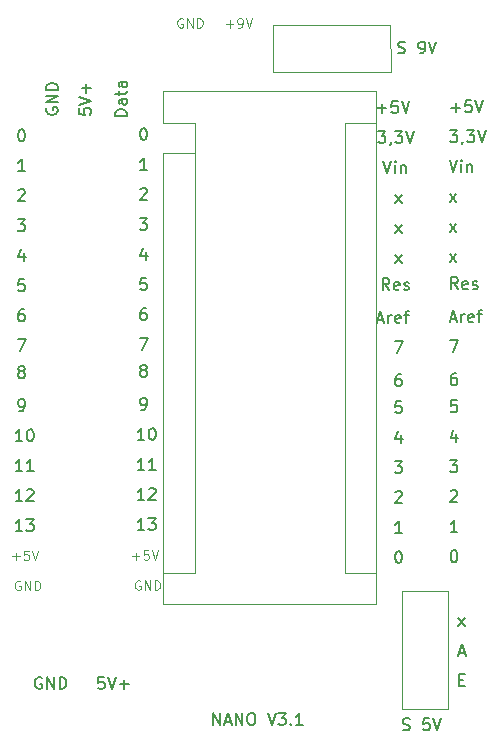
<source format=gbr>
%TF.GenerationSoftware,KiCad,Pcbnew,9.0.6*%
%TF.CreationDate,2025-12-02T14:29:33+01:00*%
%TF.ProjectId,NANO_Shield,4e414e4f-5f53-4686-9965-6c642e6b6963,rev?*%
%TF.SameCoordinates,Original*%
%TF.FileFunction,Legend,Top*%
%TF.FilePolarity,Positive*%
%FSLAX46Y46*%
G04 Gerber Fmt 4.6, Leading zero omitted, Abs format (unit mm)*
G04 Created by KiCad (PCBNEW 9.0.6) date 2025-12-02 14:29:33*
%MOMM*%
%LPD*%
G01*
G04 APERTURE LIST*
%ADD10C,0.100000*%
%ADD11C,0.150000*%
%ADD12C,0.120000*%
G04 APERTURE END LIST*
D10*
X125871429Y-303060133D02*
X126480953Y-303060133D01*
X126176191Y-303364895D02*
X126176191Y-302755371D01*
X126900000Y-303364895D02*
X127052381Y-303364895D01*
X127052381Y-303364895D02*
X127128571Y-303326800D01*
X127128571Y-303326800D02*
X127166667Y-303288704D01*
X127166667Y-303288704D02*
X127242857Y-303174419D01*
X127242857Y-303174419D02*
X127280952Y-303022038D01*
X127280952Y-303022038D02*
X127280952Y-302717276D01*
X127280952Y-302717276D02*
X127242857Y-302641085D01*
X127242857Y-302641085D02*
X127204762Y-302602990D01*
X127204762Y-302602990D02*
X127128571Y-302564895D01*
X127128571Y-302564895D02*
X126976190Y-302564895D01*
X126976190Y-302564895D02*
X126900000Y-302602990D01*
X126900000Y-302602990D02*
X126861905Y-302641085D01*
X126861905Y-302641085D02*
X126823809Y-302717276D01*
X126823809Y-302717276D02*
X126823809Y-302907752D01*
X126823809Y-302907752D02*
X126861905Y-302983942D01*
X126861905Y-302983942D02*
X126900000Y-303022038D01*
X126900000Y-303022038D02*
X126976190Y-303060133D01*
X126976190Y-303060133D02*
X127128571Y-303060133D01*
X127128571Y-303060133D02*
X127204762Y-303022038D01*
X127204762Y-303022038D02*
X127242857Y-302983942D01*
X127242857Y-302983942D02*
X127280952Y-302907752D01*
X127509524Y-302564895D02*
X127776191Y-303364895D01*
X127776191Y-303364895D02*
X128042857Y-302564895D01*
X122190476Y-302602990D02*
X122114286Y-302564895D01*
X122114286Y-302564895D02*
X122000000Y-302564895D01*
X122000000Y-302564895D02*
X121885714Y-302602990D01*
X121885714Y-302602990D02*
X121809524Y-302679180D01*
X121809524Y-302679180D02*
X121771429Y-302755371D01*
X121771429Y-302755371D02*
X121733333Y-302907752D01*
X121733333Y-302907752D02*
X121733333Y-303022038D01*
X121733333Y-303022038D02*
X121771429Y-303174419D01*
X121771429Y-303174419D02*
X121809524Y-303250609D01*
X121809524Y-303250609D02*
X121885714Y-303326800D01*
X121885714Y-303326800D02*
X122000000Y-303364895D01*
X122000000Y-303364895D02*
X122076191Y-303364895D01*
X122076191Y-303364895D02*
X122190476Y-303326800D01*
X122190476Y-303326800D02*
X122228572Y-303288704D01*
X122228572Y-303288704D02*
X122228572Y-303022038D01*
X122228572Y-303022038D02*
X122076191Y-303022038D01*
X122571429Y-303364895D02*
X122571429Y-302564895D01*
X122571429Y-302564895D02*
X123028572Y-303364895D01*
X123028572Y-303364895D02*
X123028572Y-302564895D01*
X123409524Y-303364895D02*
X123409524Y-302564895D01*
X123409524Y-302564895D02*
X123600000Y-302564895D01*
X123600000Y-302564895D02*
X123714286Y-302602990D01*
X123714286Y-302602990D02*
X123790476Y-302679180D01*
X123790476Y-302679180D02*
X123828571Y-302755371D01*
X123828571Y-302755371D02*
X123866667Y-302907752D01*
X123866667Y-302907752D02*
X123866667Y-303022038D01*
X123866667Y-303022038D02*
X123828571Y-303174419D01*
X123828571Y-303174419D02*
X123790476Y-303250609D01*
X123790476Y-303250609D02*
X123714286Y-303326800D01*
X123714286Y-303326800D02*
X123600000Y-303364895D01*
X123600000Y-303364895D02*
X123409524Y-303364895D01*
X118590476Y-350202990D02*
X118514286Y-350164895D01*
X118514286Y-350164895D02*
X118400000Y-350164895D01*
X118400000Y-350164895D02*
X118285714Y-350202990D01*
X118285714Y-350202990D02*
X118209524Y-350279180D01*
X118209524Y-350279180D02*
X118171429Y-350355371D01*
X118171429Y-350355371D02*
X118133333Y-350507752D01*
X118133333Y-350507752D02*
X118133333Y-350622038D01*
X118133333Y-350622038D02*
X118171429Y-350774419D01*
X118171429Y-350774419D02*
X118209524Y-350850609D01*
X118209524Y-350850609D02*
X118285714Y-350926800D01*
X118285714Y-350926800D02*
X118400000Y-350964895D01*
X118400000Y-350964895D02*
X118476191Y-350964895D01*
X118476191Y-350964895D02*
X118590476Y-350926800D01*
X118590476Y-350926800D02*
X118628572Y-350888704D01*
X118628572Y-350888704D02*
X118628572Y-350622038D01*
X118628572Y-350622038D02*
X118476191Y-350622038D01*
X118971429Y-350964895D02*
X118971429Y-350164895D01*
X118971429Y-350164895D02*
X119428572Y-350964895D01*
X119428572Y-350964895D02*
X119428572Y-350164895D01*
X119809524Y-350964895D02*
X119809524Y-350164895D01*
X119809524Y-350164895D02*
X120000000Y-350164895D01*
X120000000Y-350164895D02*
X120114286Y-350202990D01*
X120114286Y-350202990D02*
X120190476Y-350279180D01*
X120190476Y-350279180D02*
X120228571Y-350355371D01*
X120228571Y-350355371D02*
X120266667Y-350507752D01*
X120266667Y-350507752D02*
X120266667Y-350622038D01*
X120266667Y-350622038D02*
X120228571Y-350774419D01*
X120228571Y-350774419D02*
X120190476Y-350850609D01*
X120190476Y-350850609D02*
X120114286Y-350926800D01*
X120114286Y-350926800D02*
X120000000Y-350964895D01*
X120000000Y-350964895D02*
X119809524Y-350964895D01*
X117917429Y-348120133D02*
X118526953Y-348120133D01*
X118222191Y-348424895D02*
X118222191Y-347815371D01*
X119288857Y-347624895D02*
X118907905Y-347624895D01*
X118907905Y-347624895D02*
X118869809Y-348005847D01*
X118869809Y-348005847D02*
X118907905Y-347967752D01*
X118907905Y-347967752D02*
X118984095Y-347929657D01*
X118984095Y-347929657D02*
X119174571Y-347929657D01*
X119174571Y-347929657D02*
X119250762Y-347967752D01*
X119250762Y-347967752D02*
X119288857Y-348005847D01*
X119288857Y-348005847D02*
X119326952Y-348082038D01*
X119326952Y-348082038D02*
X119326952Y-348272514D01*
X119326952Y-348272514D02*
X119288857Y-348348704D01*
X119288857Y-348348704D02*
X119250762Y-348386800D01*
X119250762Y-348386800D02*
X119174571Y-348424895D01*
X119174571Y-348424895D02*
X118984095Y-348424895D01*
X118984095Y-348424895D02*
X118907905Y-348386800D01*
X118907905Y-348386800D02*
X118869809Y-348348704D01*
X119555524Y-347624895D02*
X119822191Y-348424895D01*
X119822191Y-348424895D02*
X120088857Y-347624895D01*
D11*
X144823810Y-320674819D02*
X145347619Y-320008152D01*
X144823810Y-320008152D02*
X145347619Y-320674819D01*
X144871429Y-328009104D02*
X145347619Y-328009104D01*
X144776191Y-328294819D02*
X145109524Y-327294819D01*
X145109524Y-327294819D02*
X145442857Y-328294819D01*
X145776191Y-328294819D02*
X145776191Y-327628152D01*
X145776191Y-327818628D02*
X145823810Y-327723390D01*
X145823810Y-327723390D02*
X145871429Y-327675771D01*
X145871429Y-327675771D02*
X145966667Y-327628152D01*
X145966667Y-327628152D02*
X146061905Y-327628152D01*
X146776191Y-328247200D02*
X146680953Y-328294819D01*
X146680953Y-328294819D02*
X146490477Y-328294819D01*
X146490477Y-328294819D02*
X146395239Y-328247200D01*
X146395239Y-328247200D02*
X146347620Y-328151961D01*
X146347620Y-328151961D02*
X146347620Y-327771009D01*
X146347620Y-327771009D02*
X146395239Y-327675771D01*
X146395239Y-327675771D02*
X146490477Y-327628152D01*
X146490477Y-327628152D02*
X146680953Y-327628152D01*
X146680953Y-327628152D02*
X146776191Y-327675771D01*
X146776191Y-327675771D02*
X146823810Y-327771009D01*
X146823810Y-327771009D02*
X146823810Y-327866247D01*
X146823810Y-327866247D02*
X146347620Y-327961485D01*
X147109525Y-327628152D02*
X147490477Y-327628152D01*
X147252382Y-328294819D02*
X147252382Y-327437676D01*
X147252382Y-327437676D02*
X147300001Y-327342438D01*
X147300001Y-327342438D02*
X147395239Y-327294819D01*
X147395239Y-327294819D02*
X147490477Y-327294819D01*
X144823810Y-318134819D02*
X145347619Y-317468152D01*
X144823810Y-317468152D02*
X145347619Y-318134819D01*
X144871429Y-342630057D02*
X144919048Y-342582438D01*
X144919048Y-342582438D02*
X145014286Y-342534819D01*
X145014286Y-342534819D02*
X145252381Y-342534819D01*
X145252381Y-342534819D02*
X145347619Y-342582438D01*
X145347619Y-342582438D02*
X145395238Y-342630057D01*
X145395238Y-342630057D02*
X145442857Y-342725295D01*
X145442857Y-342725295D02*
X145442857Y-342820533D01*
X145442857Y-342820533D02*
X145395238Y-342963390D01*
X145395238Y-342963390D02*
X144823810Y-343534819D01*
X144823810Y-343534819D02*
X145442857Y-343534819D01*
X144823810Y-329834819D02*
X145490476Y-329834819D01*
X145490476Y-329834819D02*
X145061905Y-330834819D01*
X144776191Y-314594819D02*
X145109524Y-315594819D01*
X145109524Y-315594819D02*
X145442857Y-314594819D01*
X145776191Y-315594819D02*
X145776191Y-314928152D01*
X145776191Y-314594819D02*
X145728572Y-314642438D01*
X145728572Y-314642438D02*
X145776191Y-314690057D01*
X145776191Y-314690057D02*
X145823810Y-314642438D01*
X145823810Y-314642438D02*
X145776191Y-314594819D01*
X145776191Y-314594819D02*
X145776191Y-314690057D01*
X146252381Y-314928152D02*
X146252381Y-315594819D01*
X146252381Y-315023390D02*
X146300000Y-314975771D01*
X146300000Y-314975771D02*
X146395238Y-314928152D01*
X146395238Y-314928152D02*
X146538095Y-314928152D01*
X146538095Y-314928152D02*
X146633333Y-314975771D01*
X146633333Y-314975771D02*
X146680952Y-315071009D01*
X146680952Y-315071009D02*
X146680952Y-315594819D01*
X144823810Y-323214819D02*
X145347619Y-322548152D01*
X144823810Y-322548152D02*
X145347619Y-323214819D01*
X144823810Y-339994819D02*
X145442857Y-339994819D01*
X145442857Y-339994819D02*
X145109524Y-340375771D01*
X145109524Y-340375771D02*
X145252381Y-340375771D01*
X145252381Y-340375771D02*
X145347619Y-340423390D01*
X145347619Y-340423390D02*
X145395238Y-340471009D01*
X145395238Y-340471009D02*
X145442857Y-340566247D01*
X145442857Y-340566247D02*
X145442857Y-340804342D01*
X145442857Y-340804342D02*
X145395238Y-340899580D01*
X145395238Y-340899580D02*
X145347619Y-340947200D01*
X145347619Y-340947200D02*
X145252381Y-340994819D01*
X145252381Y-340994819D02*
X144966667Y-340994819D01*
X144966667Y-340994819D02*
X144871429Y-340947200D01*
X144871429Y-340947200D02*
X144823810Y-340899580D01*
X145347619Y-337788152D02*
X145347619Y-338454819D01*
X145109524Y-337407200D02*
X144871429Y-338121485D01*
X144871429Y-338121485D02*
X145490476Y-338121485D01*
X145442857Y-346074819D02*
X144871429Y-346074819D01*
X145157143Y-346074819D02*
X145157143Y-345074819D01*
X145157143Y-345074819D02*
X145061905Y-345217676D01*
X145061905Y-345217676D02*
X144966667Y-345312914D01*
X144966667Y-345312914D02*
X144871429Y-345360533D01*
X145109524Y-347614819D02*
X145204762Y-347614819D01*
X145204762Y-347614819D02*
X145300000Y-347662438D01*
X145300000Y-347662438D02*
X145347619Y-347710057D01*
X145347619Y-347710057D02*
X145395238Y-347805295D01*
X145395238Y-347805295D02*
X145442857Y-347995771D01*
X145442857Y-347995771D02*
X145442857Y-348233866D01*
X145442857Y-348233866D02*
X145395238Y-348424342D01*
X145395238Y-348424342D02*
X145347619Y-348519580D01*
X145347619Y-348519580D02*
X145300000Y-348567200D01*
X145300000Y-348567200D02*
X145204762Y-348614819D01*
X145204762Y-348614819D02*
X145109524Y-348614819D01*
X145109524Y-348614819D02*
X145014286Y-348567200D01*
X145014286Y-348567200D02*
X144966667Y-348519580D01*
X144966667Y-348519580D02*
X144919048Y-348424342D01*
X144919048Y-348424342D02*
X144871429Y-348233866D01*
X144871429Y-348233866D02*
X144871429Y-347995771D01*
X144871429Y-347995771D02*
X144919048Y-347805295D01*
X144919048Y-347805295D02*
X144966667Y-347710057D01*
X144966667Y-347710057D02*
X145014286Y-347662438D01*
X145014286Y-347662438D02*
X145109524Y-347614819D01*
X145490476Y-325500819D02*
X145157143Y-325024628D01*
X144919048Y-325500819D02*
X144919048Y-324500819D01*
X144919048Y-324500819D02*
X145300000Y-324500819D01*
X145300000Y-324500819D02*
X145395238Y-324548438D01*
X145395238Y-324548438D02*
X145442857Y-324596057D01*
X145442857Y-324596057D02*
X145490476Y-324691295D01*
X145490476Y-324691295D02*
X145490476Y-324834152D01*
X145490476Y-324834152D02*
X145442857Y-324929390D01*
X145442857Y-324929390D02*
X145395238Y-324977009D01*
X145395238Y-324977009D02*
X145300000Y-325024628D01*
X145300000Y-325024628D02*
X144919048Y-325024628D01*
X146300000Y-325453200D02*
X146204762Y-325500819D01*
X146204762Y-325500819D02*
X146014286Y-325500819D01*
X146014286Y-325500819D02*
X145919048Y-325453200D01*
X145919048Y-325453200D02*
X145871429Y-325357961D01*
X145871429Y-325357961D02*
X145871429Y-324977009D01*
X145871429Y-324977009D02*
X145919048Y-324881771D01*
X145919048Y-324881771D02*
X146014286Y-324834152D01*
X146014286Y-324834152D02*
X146204762Y-324834152D01*
X146204762Y-324834152D02*
X146300000Y-324881771D01*
X146300000Y-324881771D02*
X146347619Y-324977009D01*
X146347619Y-324977009D02*
X146347619Y-325072247D01*
X146347619Y-325072247D02*
X145871429Y-325167485D01*
X146728572Y-325453200D02*
X146823810Y-325500819D01*
X146823810Y-325500819D02*
X147014286Y-325500819D01*
X147014286Y-325500819D02*
X147109524Y-325453200D01*
X147109524Y-325453200D02*
X147157143Y-325357961D01*
X147157143Y-325357961D02*
X147157143Y-325310342D01*
X147157143Y-325310342D02*
X147109524Y-325215104D01*
X147109524Y-325215104D02*
X147014286Y-325167485D01*
X147014286Y-325167485D02*
X146871429Y-325167485D01*
X146871429Y-325167485D02*
X146776191Y-325119866D01*
X146776191Y-325119866D02*
X146728572Y-325024628D01*
X146728572Y-325024628D02*
X146728572Y-324977009D01*
X146728572Y-324977009D02*
X146776191Y-324881771D01*
X146776191Y-324881771D02*
X146871429Y-324834152D01*
X146871429Y-324834152D02*
X147014286Y-324834152D01*
X147014286Y-324834152D02*
X147109524Y-324881771D01*
X144823810Y-312054819D02*
X145442857Y-312054819D01*
X145442857Y-312054819D02*
X145109524Y-312435771D01*
X145109524Y-312435771D02*
X145252381Y-312435771D01*
X145252381Y-312435771D02*
X145347619Y-312483390D01*
X145347619Y-312483390D02*
X145395238Y-312531009D01*
X145395238Y-312531009D02*
X145442857Y-312626247D01*
X145442857Y-312626247D02*
X145442857Y-312864342D01*
X145442857Y-312864342D02*
X145395238Y-312959580D01*
X145395238Y-312959580D02*
X145347619Y-313007200D01*
X145347619Y-313007200D02*
X145252381Y-313054819D01*
X145252381Y-313054819D02*
X144966667Y-313054819D01*
X144966667Y-313054819D02*
X144871429Y-313007200D01*
X144871429Y-313007200D02*
X144823810Y-312959580D01*
X145919048Y-313007200D02*
X145919048Y-313054819D01*
X145919048Y-313054819D02*
X145871429Y-313150057D01*
X145871429Y-313150057D02*
X145823810Y-313197676D01*
X146252381Y-312054819D02*
X146871428Y-312054819D01*
X146871428Y-312054819D02*
X146538095Y-312435771D01*
X146538095Y-312435771D02*
X146680952Y-312435771D01*
X146680952Y-312435771D02*
X146776190Y-312483390D01*
X146776190Y-312483390D02*
X146823809Y-312531009D01*
X146823809Y-312531009D02*
X146871428Y-312626247D01*
X146871428Y-312626247D02*
X146871428Y-312864342D01*
X146871428Y-312864342D02*
X146823809Y-312959580D01*
X146823809Y-312959580D02*
X146776190Y-313007200D01*
X146776190Y-313007200D02*
X146680952Y-313054819D01*
X146680952Y-313054819D02*
X146395238Y-313054819D01*
X146395238Y-313054819D02*
X146300000Y-313007200D01*
X146300000Y-313007200D02*
X146252381Y-312959580D01*
X147157143Y-312054819D02*
X147490476Y-313054819D01*
X147490476Y-313054819D02*
X147823809Y-312054819D01*
X145347619Y-332628819D02*
X145157143Y-332628819D01*
X145157143Y-332628819D02*
X145061905Y-332676438D01*
X145061905Y-332676438D02*
X145014286Y-332724057D01*
X145014286Y-332724057D02*
X144919048Y-332866914D01*
X144919048Y-332866914D02*
X144871429Y-333057390D01*
X144871429Y-333057390D02*
X144871429Y-333438342D01*
X144871429Y-333438342D02*
X144919048Y-333533580D01*
X144919048Y-333533580D02*
X144966667Y-333581200D01*
X144966667Y-333581200D02*
X145061905Y-333628819D01*
X145061905Y-333628819D02*
X145252381Y-333628819D01*
X145252381Y-333628819D02*
X145347619Y-333581200D01*
X145347619Y-333581200D02*
X145395238Y-333533580D01*
X145395238Y-333533580D02*
X145442857Y-333438342D01*
X145442857Y-333438342D02*
X145442857Y-333200247D01*
X145442857Y-333200247D02*
X145395238Y-333105009D01*
X145395238Y-333105009D02*
X145347619Y-333057390D01*
X145347619Y-333057390D02*
X145252381Y-333009771D01*
X145252381Y-333009771D02*
X145061905Y-333009771D01*
X145061905Y-333009771D02*
X144966667Y-333057390D01*
X144966667Y-333057390D02*
X144919048Y-333105009D01*
X144919048Y-333105009D02*
X144871429Y-333200247D01*
X145395238Y-334914819D02*
X144919048Y-334914819D01*
X144919048Y-334914819D02*
X144871429Y-335391009D01*
X144871429Y-335391009D02*
X144919048Y-335343390D01*
X144919048Y-335343390D02*
X145014286Y-335295771D01*
X145014286Y-335295771D02*
X145252381Y-335295771D01*
X145252381Y-335295771D02*
X145347619Y-335343390D01*
X145347619Y-335343390D02*
X145395238Y-335391009D01*
X145395238Y-335391009D02*
X145442857Y-335486247D01*
X145442857Y-335486247D02*
X145442857Y-335724342D01*
X145442857Y-335724342D02*
X145395238Y-335819580D01*
X145395238Y-335819580D02*
X145347619Y-335867200D01*
X145347619Y-335867200D02*
X145252381Y-335914819D01*
X145252381Y-335914819D02*
X145014286Y-335914819D01*
X145014286Y-335914819D02*
X144919048Y-335867200D01*
X144919048Y-335867200D02*
X144871429Y-335819580D01*
X144919048Y-310133866D02*
X145680953Y-310133866D01*
X145300000Y-310514819D02*
X145300000Y-309752914D01*
X146633333Y-309514819D02*
X146157143Y-309514819D01*
X146157143Y-309514819D02*
X146109524Y-309991009D01*
X146109524Y-309991009D02*
X146157143Y-309943390D01*
X146157143Y-309943390D02*
X146252381Y-309895771D01*
X146252381Y-309895771D02*
X146490476Y-309895771D01*
X146490476Y-309895771D02*
X146585714Y-309943390D01*
X146585714Y-309943390D02*
X146633333Y-309991009D01*
X146633333Y-309991009D02*
X146680952Y-310086247D01*
X146680952Y-310086247D02*
X146680952Y-310324342D01*
X146680952Y-310324342D02*
X146633333Y-310419580D01*
X146633333Y-310419580D02*
X146585714Y-310467200D01*
X146585714Y-310467200D02*
X146490476Y-310514819D01*
X146490476Y-310514819D02*
X146252381Y-310514819D01*
X146252381Y-310514819D02*
X146157143Y-310467200D01*
X146157143Y-310467200D02*
X146109524Y-310419580D01*
X146966667Y-309514819D02*
X147300000Y-310514819D01*
X147300000Y-310514819D02*
X147633333Y-309514819D01*
X113406819Y-310209523D02*
X113406819Y-310685713D01*
X113406819Y-310685713D02*
X113883009Y-310733332D01*
X113883009Y-310733332D02*
X113835390Y-310685713D01*
X113835390Y-310685713D02*
X113787771Y-310590475D01*
X113787771Y-310590475D02*
X113787771Y-310352380D01*
X113787771Y-310352380D02*
X113835390Y-310257142D01*
X113835390Y-310257142D02*
X113883009Y-310209523D01*
X113883009Y-310209523D02*
X113978247Y-310161904D01*
X113978247Y-310161904D02*
X114216342Y-310161904D01*
X114216342Y-310161904D02*
X114311580Y-310209523D01*
X114311580Y-310209523D02*
X114359200Y-310257142D01*
X114359200Y-310257142D02*
X114406819Y-310352380D01*
X114406819Y-310352380D02*
X114406819Y-310590475D01*
X114406819Y-310590475D02*
X114359200Y-310685713D01*
X114359200Y-310685713D02*
X114311580Y-310733332D01*
X113406819Y-309876189D02*
X114406819Y-309542856D01*
X114406819Y-309542856D02*
X113406819Y-309209523D01*
X114025866Y-308876189D02*
X114025866Y-308114285D01*
X114406819Y-308495237D02*
X113644914Y-308495237D01*
X117454819Y-310852380D02*
X116454819Y-310852380D01*
X116454819Y-310852380D02*
X116454819Y-310614285D01*
X116454819Y-310614285D02*
X116502438Y-310471428D01*
X116502438Y-310471428D02*
X116597676Y-310376190D01*
X116597676Y-310376190D02*
X116692914Y-310328571D01*
X116692914Y-310328571D02*
X116883390Y-310280952D01*
X116883390Y-310280952D02*
X117026247Y-310280952D01*
X117026247Y-310280952D02*
X117216723Y-310328571D01*
X117216723Y-310328571D02*
X117311961Y-310376190D01*
X117311961Y-310376190D02*
X117407200Y-310471428D01*
X117407200Y-310471428D02*
X117454819Y-310614285D01*
X117454819Y-310614285D02*
X117454819Y-310852380D01*
X117454819Y-309423809D02*
X116931009Y-309423809D01*
X116931009Y-309423809D02*
X116835771Y-309471428D01*
X116835771Y-309471428D02*
X116788152Y-309566666D01*
X116788152Y-309566666D02*
X116788152Y-309757142D01*
X116788152Y-309757142D02*
X116835771Y-309852380D01*
X117407200Y-309423809D02*
X117454819Y-309519047D01*
X117454819Y-309519047D02*
X117454819Y-309757142D01*
X117454819Y-309757142D02*
X117407200Y-309852380D01*
X117407200Y-309852380D02*
X117311961Y-309899999D01*
X117311961Y-309899999D02*
X117216723Y-309899999D01*
X117216723Y-309899999D02*
X117121485Y-309852380D01*
X117121485Y-309852380D02*
X117073866Y-309757142D01*
X117073866Y-309757142D02*
X117073866Y-309519047D01*
X117073866Y-309519047D02*
X117026247Y-309423809D01*
X116788152Y-309090475D02*
X116788152Y-308709523D01*
X116454819Y-308947618D02*
X117311961Y-308947618D01*
X117311961Y-308947618D02*
X117407200Y-308899999D01*
X117407200Y-308899999D02*
X117454819Y-308804761D01*
X117454819Y-308804761D02*
X117454819Y-308709523D01*
X117454819Y-307947618D02*
X116931009Y-307947618D01*
X116931009Y-307947618D02*
X116835771Y-307995237D01*
X116835771Y-307995237D02*
X116788152Y-308090475D01*
X116788152Y-308090475D02*
X116788152Y-308280951D01*
X116788152Y-308280951D02*
X116835771Y-308376189D01*
X117407200Y-307947618D02*
X117454819Y-308042856D01*
X117454819Y-308042856D02*
X117454819Y-308280951D01*
X117454819Y-308280951D02*
X117407200Y-308376189D01*
X117407200Y-308376189D02*
X117311961Y-308423808D01*
X117311961Y-308423808D02*
X117216723Y-308423808D01*
X117216723Y-308423808D02*
X117121485Y-308376189D01*
X117121485Y-308376189D02*
X117073866Y-308280951D01*
X117073866Y-308280951D02*
X117073866Y-308042856D01*
X117073866Y-308042856D02*
X117026247Y-307947618D01*
X110660438Y-310161904D02*
X110612819Y-310257142D01*
X110612819Y-310257142D02*
X110612819Y-310399999D01*
X110612819Y-310399999D02*
X110660438Y-310542856D01*
X110660438Y-310542856D02*
X110755676Y-310638094D01*
X110755676Y-310638094D02*
X110850914Y-310685713D01*
X110850914Y-310685713D02*
X111041390Y-310733332D01*
X111041390Y-310733332D02*
X111184247Y-310733332D01*
X111184247Y-310733332D02*
X111374723Y-310685713D01*
X111374723Y-310685713D02*
X111469961Y-310638094D01*
X111469961Y-310638094D02*
X111565200Y-310542856D01*
X111565200Y-310542856D02*
X111612819Y-310399999D01*
X111612819Y-310399999D02*
X111612819Y-310304761D01*
X111612819Y-310304761D02*
X111565200Y-310161904D01*
X111565200Y-310161904D02*
X111517580Y-310114285D01*
X111517580Y-310114285D02*
X111184247Y-310114285D01*
X111184247Y-310114285D02*
X111184247Y-310304761D01*
X111612819Y-309685713D02*
X110612819Y-309685713D01*
X110612819Y-309685713D02*
X111612819Y-309114285D01*
X111612819Y-309114285D02*
X110612819Y-309114285D01*
X111612819Y-308638094D02*
X110612819Y-308638094D01*
X110612819Y-308638094D02*
X110612819Y-308399999D01*
X110612819Y-308399999D02*
X110660438Y-308257142D01*
X110660438Y-308257142D02*
X110755676Y-308161904D01*
X110755676Y-308161904D02*
X110850914Y-308114285D01*
X110850914Y-308114285D02*
X111041390Y-308066666D01*
X111041390Y-308066666D02*
X111184247Y-308066666D01*
X111184247Y-308066666D02*
X111374723Y-308114285D01*
X111374723Y-308114285D02*
X111469961Y-308161904D01*
X111469961Y-308161904D02*
X111565200Y-308257142D01*
X111565200Y-308257142D02*
X111612819Y-308399999D01*
X111612819Y-308399999D02*
X111612819Y-308638094D01*
X108260286Y-317150057D02*
X108307905Y-317102438D01*
X108307905Y-317102438D02*
X108403143Y-317054819D01*
X108403143Y-317054819D02*
X108641238Y-317054819D01*
X108641238Y-317054819D02*
X108736476Y-317102438D01*
X108736476Y-317102438D02*
X108784095Y-317150057D01*
X108784095Y-317150057D02*
X108831714Y-317245295D01*
X108831714Y-317245295D02*
X108831714Y-317340533D01*
X108831714Y-317340533D02*
X108784095Y-317483390D01*
X108784095Y-317483390D02*
X108212667Y-318054819D01*
X108212667Y-318054819D02*
X108831714Y-318054819D01*
X108736476Y-327214819D02*
X108546000Y-327214819D01*
X108546000Y-327214819D02*
X108450762Y-327262438D01*
X108450762Y-327262438D02*
X108403143Y-327310057D01*
X108403143Y-327310057D02*
X108307905Y-327452914D01*
X108307905Y-327452914D02*
X108260286Y-327643390D01*
X108260286Y-327643390D02*
X108260286Y-328024342D01*
X108260286Y-328024342D02*
X108307905Y-328119580D01*
X108307905Y-328119580D02*
X108355524Y-328167200D01*
X108355524Y-328167200D02*
X108450762Y-328214819D01*
X108450762Y-328214819D02*
X108641238Y-328214819D01*
X108641238Y-328214819D02*
X108736476Y-328167200D01*
X108736476Y-328167200D02*
X108784095Y-328119580D01*
X108784095Y-328119580D02*
X108831714Y-328024342D01*
X108831714Y-328024342D02*
X108831714Y-327786247D01*
X108831714Y-327786247D02*
X108784095Y-327691009D01*
X108784095Y-327691009D02*
X108736476Y-327643390D01*
X108736476Y-327643390D02*
X108641238Y-327595771D01*
X108641238Y-327595771D02*
X108450762Y-327595771D01*
X108450762Y-327595771D02*
X108355524Y-327643390D01*
X108355524Y-327643390D02*
X108307905Y-327691009D01*
X108307905Y-327691009D02*
X108260286Y-327786247D01*
X108784095Y-324674819D02*
X108307905Y-324674819D01*
X108307905Y-324674819D02*
X108260286Y-325151009D01*
X108260286Y-325151009D02*
X108307905Y-325103390D01*
X108307905Y-325103390D02*
X108403143Y-325055771D01*
X108403143Y-325055771D02*
X108641238Y-325055771D01*
X108641238Y-325055771D02*
X108736476Y-325103390D01*
X108736476Y-325103390D02*
X108784095Y-325151009D01*
X108784095Y-325151009D02*
X108831714Y-325246247D01*
X108831714Y-325246247D02*
X108831714Y-325484342D01*
X108831714Y-325484342D02*
X108784095Y-325579580D01*
X108784095Y-325579580D02*
X108736476Y-325627200D01*
X108736476Y-325627200D02*
X108641238Y-325674819D01*
X108641238Y-325674819D02*
X108403143Y-325674819D01*
X108403143Y-325674819D02*
X108307905Y-325627200D01*
X108307905Y-325627200D02*
X108260286Y-325579580D01*
X108736476Y-322468152D02*
X108736476Y-323134819D01*
X108498381Y-322087200D02*
X108260286Y-322801485D01*
X108260286Y-322801485D02*
X108879333Y-322801485D01*
X108609523Y-343454819D02*
X108038095Y-343454819D01*
X108323809Y-343454819D02*
X108323809Y-342454819D01*
X108323809Y-342454819D02*
X108228571Y-342597676D01*
X108228571Y-342597676D02*
X108133333Y-342692914D01*
X108133333Y-342692914D02*
X108038095Y-342740533D01*
X108990476Y-342550057D02*
X109038095Y-342502438D01*
X109038095Y-342502438D02*
X109133333Y-342454819D01*
X109133333Y-342454819D02*
X109371428Y-342454819D01*
X109371428Y-342454819D02*
X109466666Y-342502438D01*
X109466666Y-342502438D02*
X109514285Y-342550057D01*
X109514285Y-342550057D02*
X109561904Y-342645295D01*
X109561904Y-342645295D02*
X109561904Y-342740533D01*
X109561904Y-342740533D02*
X109514285Y-342883390D01*
X109514285Y-342883390D02*
X108942857Y-343454819D01*
X108942857Y-343454819D02*
X109561904Y-343454819D01*
X108609523Y-338374819D02*
X108038095Y-338374819D01*
X108323809Y-338374819D02*
X108323809Y-337374819D01*
X108323809Y-337374819D02*
X108228571Y-337517676D01*
X108228571Y-337517676D02*
X108133333Y-337612914D01*
X108133333Y-337612914D02*
X108038095Y-337660533D01*
X109228571Y-337374819D02*
X109323809Y-337374819D01*
X109323809Y-337374819D02*
X109419047Y-337422438D01*
X109419047Y-337422438D02*
X109466666Y-337470057D01*
X109466666Y-337470057D02*
X109514285Y-337565295D01*
X109514285Y-337565295D02*
X109561904Y-337755771D01*
X109561904Y-337755771D02*
X109561904Y-337993866D01*
X109561904Y-337993866D02*
X109514285Y-338184342D01*
X109514285Y-338184342D02*
X109466666Y-338279580D01*
X109466666Y-338279580D02*
X109419047Y-338327200D01*
X109419047Y-338327200D02*
X109323809Y-338374819D01*
X109323809Y-338374819D02*
X109228571Y-338374819D01*
X109228571Y-338374819D02*
X109133333Y-338327200D01*
X109133333Y-338327200D02*
X109085714Y-338279580D01*
X109085714Y-338279580D02*
X109038095Y-338184342D01*
X109038095Y-338184342D02*
X108990476Y-337993866D01*
X108990476Y-337993866D02*
X108990476Y-337755771D01*
X108990476Y-337755771D02*
X109038095Y-337565295D01*
X109038095Y-337565295D02*
X109085714Y-337470057D01*
X109085714Y-337470057D02*
X109133333Y-337422438D01*
X109133333Y-337422438D02*
X109228571Y-337374819D01*
X108609523Y-340914819D02*
X108038095Y-340914819D01*
X108323809Y-340914819D02*
X108323809Y-339914819D01*
X108323809Y-339914819D02*
X108228571Y-340057676D01*
X108228571Y-340057676D02*
X108133333Y-340152914D01*
X108133333Y-340152914D02*
X108038095Y-340200533D01*
X109561904Y-340914819D02*
X108990476Y-340914819D01*
X109276190Y-340914819D02*
X109276190Y-339914819D01*
X109276190Y-339914819D02*
X109180952Y-340057676D01*
X109180952Y-340057676D02*
X109085714Y-340152914D01*
X109085714Y-340152914D02*
X108990476Y-340200533D01*
X108212667Y-319594819D02*
X108831714Y-319594819D01*
X108831714Y-319594819D02*
X108498381Y-319975771D01*
X108498381Y-319975771D02*
X108641238Y-319975771D01*
X108641238Y-319975771D02*
X108736476Y-320023390D01*
X108736476Y-320023390D02*
X108784095Y-320071009D01*
X108784095Y-320071009D02*
X108831714Y-320166247D01*
X108831714Y-320166247D02*
X108831714Y-320404342D01*
X108831714Y-320404342D02*
X108784095Y-320499580D01*
X108784095Y-320499580D02*
X108736476Y-320547200D01*
X108736476Y-320547200D02*
X108641238Y-320594819D01*
X108641238Y-320594819D02*
X108355524Y-320594819D01*
X108355524Y-320594819D02*
X108260286Y-320547200D01*
X108260286Y-320547200D02*
X108212667Y-320499580D01*
X108498381Y-311974819D02*
X108593619Y-311974819D01*
X108593619Y-311974819D02*
X108688857Y-312022438D01*
X108688857Y-312022438D02*
X108736476Y-312070057D01*
X108736476Y-312070057D02*
X108784095Y-312165295D01*
X108784095Y-312165295D02*
X108831714Y-312355771D01*
X108831714Y-312355771D02*
X108831714Y-312593866D01*
X108831714Y-312593866D02*
X108784095Y-312784342D01*
X108784095Y-312784342D02*
X108736476Y-312879580D01*
X108736476Y-312879580D02*
X108688857Y-312927200D01*
X108688857Y-312927200D02*
X108593619Y-312974819D01*
X108593619Y-312974819D02*
X108498381Y-312974819D01*
X108498381Y-312974819D02*
X108403143Y-312927200D01*
X108403143Y-312927200D02*
X108355524Y-312879580D01*
X108355524Y-312879580D02*
X108307905Y-312784342D01*
X108307905Y-312784342D02*
X108260286Y-312593866D01*
X108260286Y-312593866D02*
X108260286Y-312355771D01*
X108260286Y-312355771D02*
X108307905Y-312165295D01*
X108307905Y-312165295D02*
X108355524Y-312070057D01*
X108355524Y-312070057D02*
X108403143Y-312022438D01*
X108403143Y-312022438D02*
X108498381Y-311974819D01*
X108212667Y-329754819D02*
X108879333Y-329754819D01*
X108879333Y-329754819D02*
X108450762Y-330754819D01*
D10*
X107771429Y-348140133D02*
X108380953Y-348140133D01*
X108076191Y-348444895D02*
X108076191Y-347835371D01*
X109142857Y-347644895D02*
X108761905Y-347644895D01*
X108761905Y-347644895D02*
X108723809Y-348025847D01*
X108723809Y-348025847D02*
X108761905Y-347987752D01*
X108761905Y-347987752D02*
X108838095Y-347949657D01*
X108838095Y-347949657D02*
X109028571Y-347949657D01*
X109028571Y-347949657D02*
X109104762Y-347987752D01*
X109104762Y-347987752D02*
X109142857Y-348025847D01*
X109142857Y-348025847D02*
X109180952Y-348102038D01*
X109180952Y-348102038D02*
X109180952Y-348292514D01*
X109180952Y-348292514D02*
X109142857Y-348368704D01*
X109142857Y-348368704D02*
X109104762Y-348406800D01*
X109104762Y-348406800D02*
X109028571Y-348444895D01*
X109028571Y-348444895D02*
X108838095Y-348444895D01*
X108838095Y-348444895D02*
X108761905Y-348406800D01*
X108761905Y-348406800D02*
X108723809Y-348368704D01*
X109409524Y-347644895D02*
X109676191Y-348444895D01*
X109676191Y-348444895D02*
X109942857Y-347644895D01*
X108444476Y-350222990D02*
X108368286Y-350184895D01*
X108368286Y-350184895D02*
X108254000Y-350184895D01*
X108254000Y-350184895D02*
X108139714Y-350222990D01*
X108139714Y-350222990D02*
X108063524Y-350299180D01*
X108063524Y-350299180D02*
X108025429Y-350375371D01*
X108025429Y-350375371D02*
X107987333Y-350527752D01*
X107987333Y-350527752D02*
X107987333Y-350642038D01*
X107987333Y-350642038D02*
X108025429Y-350794419D01*
X108025429Y-350794419D02*
X108063524Y-350870609D01*
X108063524Y-350870609D02*
X108139714Y-350946800D01*
X108139714Y-350946800D02*
X108254000Y-350984895D01*
X108254000Y-350984895D02*
X108330191Y-350984895D01*
X108330191Y-350984895D02*
X108444476Y-350946800D01*
X108444476Y-350946800D02*
X108482572Y-350908704D01*
X108482572Y-350908704D02*
X108482572Y-350642038D01*
X108482572Y-350642038D02*
X108330191Y-350642038D01*
X108825429Y-350984895D02*
X108825429Y-350184895D01*
X108825429Y-350184895D02*
X109282572Y-350984895D01*
X109282572Y-350984895D02*
X109282572Y-350184895D01*
X109663524Y-350984895D02*
X109663524Y-350184895D01*
X109663524Y-350184895D02*
X109854000Y-350184895D01*
X109854000Y-350184895D02*
X109968286Y-350222990D01*
X109968286Y-350222990D02*
X110044476Y-350299180D01*
X110044476Y-350299180D02*
X110082571Y-350375371D01*
X110082571Y-350375371D02*
X110120667Y-350527752D01*
X110120667Y-350527752D02*
X110120667Y-350642038D01*
X110120667Y-350642038D02*
X110082571Y-350794419D01*
X110082571Y-350794419D02*
X110044476Y-350870609D01*
X110044476Y-350870609D02*
X109968286Y-350946800D01*
X109968286Y-350946800D02*
X109854000Y-350984895D01*
X109854000Y-350984895D02*
X109663524Y-350984895D01*
D11*
X108831714Y-315514819D02*
X108260286Y-315514819D01*
X108546000Y-315514819D02*
X108546000Y-314514819D01*
X108546000Y-314514819D02*
X108450762Y-314657676D01*
X108450762Y-314657676D02*
X108355524Y-314752914D01*
X108355524Y-314752914D02*
X108260286Y-314800533D01*
X108450762Y-332469390D02*
X108355524Y-332421771D01*
X108355524Y-332421771D02*
X108307905Y-332374152D01*
X108307905Y-332374152D02*
X108260286Y-332278914D01*
X108260286Y-332278914D02*
X108260286Y-332231295D01*
X108260286Y-332231295D02*
X108307905Y-332136057D01*
X108307905Y-332136057D02*
X108355524Y-332088438D01*
X108355524Y-332088438D02*
X108450762Y-332040819D01*
X108450762Y-332040819D02*
X108641238Y-332040819D01*
X108641238Y-332040819D02*
X108736476Y-332088438D01*
X108736476Y-332088438D02*
X108784095Y-332136057D01*
X108784095Y-332136057D02*
X108831714Y-332231295D01*
X108831714Y-332231295D02*
X108831714Y-332278914D01*
X108831714Y-332278914D02*
X108784095Y-332374152D01*
X108784095Y-332374152D02*
X108736476Y-332421771D01*
X108736476Y-332421771D02*
X108641238Y-332469390D01*
X108641238Y-332469390D02*
X108450762Y-332469390D01*
X108450762Y-332469390D02*
X108355524Y-332517009D01*
X108355524Y-332517009D02*
X108307905Y-332564628D01*
X108307905Y-332564628D02*
X108260286Y-332659866D01*
X108260286Y-332659866D02*
X108260286Y-332850342D01*
X108260286Y-332850342D02*
X108307905Y-332945580D01*
X108307905Y-332945580D02*
X108355524Y-332993200D01*
X108355524Y-332993200D02*
X108450762Y-333040819D01*
X108450762Y-333040819D02*
X108641238Y-333040819D01*
X108641238Y-333040819D02*
X108736476Y-332993200D01*
X108736476Y-332993200D02*
X108784095Y-332945580D01*
X108784095Y-332945580D02*
X108831714Y-332850342D01*
X108831714Y-332850342D02*
X108831714Y-332659866D01*
X108831714Y-332659866D02*
X108784095Y-332564628D01*
X108784095Y-332564628D02*
X108736476Y-332517009D01*
X108736476Y-332517009D02*
X108641238Y-332469390D01*
X108609523Y-345994819D02*
X108038095Y-345994819D01*
X108323809Y-345994819D02*
X108323809Y-344994819D01*
X108323809Y-344994819D02*
X108228571Y-345137676D01*
X108228571Y-345137676D02*
X108133333Y-345232914D01*
X108133333Y-345232914D02*
X108038095Y-345280533D01*
X108942857Y-344994819D02*
X109561904Y-344994819D01*
X109561904Y-344994819D02*
X109228571Y-345375771D01*
X109228571Y-345375771D02*
X109371428Y-345375771D01*
X109371428Y-345375771D02*
X109466666Y-345423390D01*
X109466666Y-345423390D02*
X109514285Y-345471009D01*
X109514285Y-345471009D02*
X109561904Y-345566247D01*
X109561904Y-345566247D02*
X109561904Y-345804342D01*
X109561904Y-345804342D02*
X109514285Y-345899580D01*
X109514285Y-345899580D02*
X109466666Y-345947200D01*
X109466666Y-345947200D02*
X109371428Y-345994819D01*
X109371428Y-345994819D02*
X109085714Y-345994819D01*
X109085714Y-345994819D02*
X108990476Y-345947200D01*
X108990476Y-345947200D02*
X108942857Y-345899580D01*
X108355524Y-335834819D02*
X108546000Y-335834819D01*
X108546000Y-335834819D02*
X108641238Y-335787200D01*
X108641238Y-335787200D02*
X108688857Y-335739580D01*
X108688857Y-335739580D02*
X108784095Y-335596723D01*
X108784095Y-335596723D02*
X108831714Y-335406247D01*
X108831714Y-335406247D02*
X108831714Y-335025295D01*
X108831714Y-335025295D02*
X108784095Y-334930057D01*
X108784095Y-334930057D02*
X108736476Y-334882438D01*
X108736476Y-334882438D02*
X108641238Y-334834819D01*
X108641238Y-334834819D02*
X108450762Y-334834819D01*
X108450762Y-334834819D02*
X108355524Y-334882438D01*
X108355524Y-334882438D02*
X108307905Y-334930057D01*
X108307905Y-334930057D02*
X108260286Y-335025295D01*
X108260286Y-335025295D02*
X108260286Y-335263390D01*
X108260286Y-335263390D02*
X108307905Y-335358628D01*
X108307905Y-335358628D02*
X108355524Y-335406247D01*
X108355524Y-335406247D02*
X108450762Y-335453866D01*
X108450762Y-335453866D02*
X108641238Y-335453866D01*
X108641238Y-335453866D02*
X108736476Y-335406247D01*
X108736476Y-335406247D02*
X108784095Y-335358628D01*
X108784095Y-335358628D02*
X108831714Y-335263390D01*
X138692095Y-328083104D02*
X139168285Y-328083104D01*
X138596857Y-328368819D02*
X138930190Y-327368819D01*
X138930190Y-327368819D02*
X139263523Y-328368819D01*
X139596857Y-328368819D02*
X139596857Y-327702152D01*
X139596857Y-327892628D02*
X139644476Y-327797390D01*
X139644476Y-327797390D02*
X139692095Y-327749771D01*
X139692095Y-327749771D02*
X139787333Y-327702152D01*
X139787333Y-327702152D02*
X139882571Y-327702152D01*
X140596857Y-328321200D02*
X140501619Y-328368819D01*
X140501619Y-328368819D02*
X140311143Y-328368819D01*
X140311143Y-328368819D02*
X140215905Y-328321200D01*
X140215905Y-328321200D02*
X140168286Y-328225961D01*
X140168286Y-328225961D02*
X140168286Y-327845009D01*
X140168286Y-327845009D02*
X140215905Y-327749771D01*
X140215905Y-327749771D02*
X140311143Y-327702152D01*
X140311143Y-327702152D02*
X140501619Y-327702152D01*
X140501619Y-327702152D02*
X140596857Y-327749771D01*
X140596857Y-327749771D02*
X140644476Y-327845009D01*
X140644476Y-327845009D02*
X140644476Y-327940247D01*
X140644476Y-327940247D02*
X140168286Y-328035485D01*
X140930191Y-327702152D02*
X141311143Y-327702152D01*
X141073048Y-328368819D02*
X141073048Y-327511676D01*
X141073048Y-327511676D02*
X141120667Y-327416438D01*
X141120667Y-327416438D02*
X141215905Y-327368819D01*
X141215905Y-327368819D02*
X141311143Y-327368819D01*
X118935523Y-343354819D02*
X118364095Y-343354819D01*
X118649809Y-343354819D02*
X118649809Y-342354819D01*
X118649809Y-342354819D02*
X118554571Y-342497676D01*
X118554571Y-342497676D02*
X118459333Y-342592914D01*
X118459333Y-342592914D02*
X118364095Y-342640533D01*
X119316476Y-342450057D02*
X119364095Y-342402438D01*
X119364095Y-342402438D02*
X119459333Y-342354819D01*
X119459333Y-342354819D02*
X119697428Y-342354819D01*
X119697428Y-342354819D02*
X119792666Y-342402438D01*
X119792666Y-342402438D02*
X119840285Y-342450057D01*
X119840285Y-342450057D02*
X119887904Y-342545295D01*
X119887904Y-342545295D02*
X119887904Y-342640533D01*
X119887904Y-342640533D02*
X119840285Y-342783390D01*
X119840285Y-342783390D02*
X119268857Y-343354819D01*
X119268857Y-343354819D02*
X119887904Y-343354819D01*
X140200095Y-320748819D02*
X140723904Y-320082152D01*
X140200095Y-320082152D02*
X140723904Y-320748819D01*
X119062476Y-322368152D02*
X119062476Y-323034819D01*
X118824381Y-321987200D02*
X118586286Y-322701485D01*
X118586286Y-322701485D02*
X119205333Y-322701485D01*
X119062476Y-327114819D02*
X118872000Y-327114819D01*
X118872000Y-327114819D02*
X118776762Y-327162438D01*
X118776762Y-327162438D02*
X118729143Y-327210057D01*
X118729143Y-327210057D02*
X118633905Y-327352914D01*
X118633905Y-327352914D02*
X118586286Y-327543390D01*
X118586286Y-327543390D02*
X118586286Y-327924342D01*
X118586286Y-327924342D02*
X118633905Y-328019580D01*
X118633905Y-328019580D02*
X118681524Y-328067200D01*
X118681524Y-328067200D02*
X118776762Y-328114819D01*
X118776762Y-328114819D02*
X118967238Y-328114819D01*
X118967238Y-328114819D02*
X119062476Y-328067200D01*
X119062476Y-328067200D02*
X119110095Y-328019580D01*
X119110095Y-328019580D02*
X119157714Y-327924342D01*
X119157714Y-327924342D02*
X119157714Y-327686247D01*
X119157714Y-327686247D02*
X119110095Y-327591009D01*
X119110095Y-327591009D02*
X119062476Y-327543390D01*
X119062476Y-327543390D02*
X118967238Y-327495771D01*
X118967238Y-327495771D02*
X118776762Y-327495771D01*
X118776762Y-327495771D02*
X118681524Y-327543390D01*
X118681524Y-327543390D02*
X118633905Y-327591009D01*
X118633905Y-327591009D02*
X118586286Y-327686247D01*
X118586286Y-317050057D02*
X118633905Y-317002438D01*
X118633905Y-317002438D02*
X118729143Y-316954819D01*
X118729143Y-316954819D02*
X118967238Y-316954819D01*
X118967238Y-316954819D02*
X119062476Y-317002438D01*
X119062476Y-317002438D02*
X119110095Y-317050057D01*
X119110095Y-317050057D02*
X119157714Y-317145295D01*
X119157714Y-317145295D02*
X119157714Y-317240533D01*
X119157714Y-317240533D02*
X119110095Y-317383390D01*
X119110095Y-317383390D02*
X118538667Y-317954819D01*
X118538667Y-317954819D02*
X119157714Y-317954819D01*
X119110095Y-324574819D02*
X118633905Y-324574819D01*
X118633905Y-324574819D02*
X118586286Y-325051009D01*
X118586286Y-325051009D02*
X118633905Y-325003390D01*
X118633905Y-325003390D02*
X118729143Y-324955771D01*
X118729143Y-324955771D02*
X118967238Y-324955771D01*
X118967238Y-324955771D02*
X119062476Y-325003390D01*
X119062476Y-325003390D02*
X119110095Y-325051009D01*
X119110095Y-325051009D02*
X119157714Y-325146247D01*
X119157714Y-325146247D02*
X119157714Y-325384342D01*
X119157714Y-325384342D02*
X119110095Y-325479580D01*
X119110095Y-325479580D02*
X119062476Y-325527200D01*
X119062476Y-325527200D02*
X118967238Y-325574819D01*
X118967238Y-325574819D02*
X118729143Y-325574819D01*
X118729143Y-325574819D02*
X118633905Y-325527200D01*
X118633905Y-325527200D02*
X118586286Y-325479580D01*
X115522476Y-358356819D02*
X115046286Y-358356819D01*
X115046286Y-358356819D02*
X114998667Y-358833009D01*
X114998667Y-358833009D02*
X115046286Y-358785390D01*
X115046286Y-358785390D02*
X115141524Y-358737771D01*
X115141524Y-358737771D02*
X115379619Y-358737771D01*
X115379619Y-358737771D02*
X115474857Y-358785390D01*
X115474857Y-358785390D02*
X115522476Y-358833009D01*
X115522476Y-358833009D02*
X115570095Y-358928247D01*
X115570095Y-358928247D02*
X115570095Y-359166342D01*
X115570095Y-359166342D02*
X115522476Y-359261580D01*
X115522476Y-359261580D02*
X115474857Y-359309200D01*
X115474857Y-359309200D02*
X115379619Y-359356819D01*
X115379619Y-359356819D02*
X115141524Y-359356819D01*
X115141524Y-359356819D02*
X115046286Y-359309200D01*
X115046286Y-359309200D02*
X114998667Y-359261580D01*
X115855810Y-358356819D02*
X116189143Y-359356819D01*
X116189143Y-359356819D02*
X116522476Y-358356819D01*
X116855810Y-358975866D02*
X117617715Y-358975866D01*
X117236762Y-359356819D02*
X117236762Y-358594914D01*
X140200095Y-318208819D02*
X140723904Y-317542152D01*
X140200095Y-317542152D02*
X140723904Y-318208819D01*
X140176286Y-342704057D02*
X140223905Y-342656438D01*
X140223905Y-342656438D02*
X140319143Y-342608819D01*
X140319143Y-342608819D02*
X140557238Y-342608819D01*
X140557238Y-342608819D02*
X140652476Y-342656438D01*
X140652476Y-342656438D02*
X140700095Y-342704057D01*
X140700095Y-342704057D02*
X140747714Y-342799295D01*
X140747714Y-342799295D02*
X140747714Y-342894533D01*
X140747714Y-342894533D02*
X140700095Y-343037390D01*
X140700095Y-343037390D02*
X140128667Y-343608819D01*
X140128667Y-343608819D02*
X140747714Y-343608819D01*
X140128667Y-329908819D02*
X140795333Y-329908819D01*
X140795333Y-329908819D02*
X140366762Y-330908819D01*
X118935523Y-345894819D02*
X118364095Y-345894819D01*
X118649809Y-345894819D02*
X118649809Y-344894819D01*
X118649809Y-344894819D02*
X118554571Y-345037676D01*
X118554571Y-345037676D02*
X118459333Y-345132914D01*
X118459333Y-345132914D02*
X118364095Y-345180533D01*
X119268857Y-344894819D02*
X119887904Y-344894819D01*
X119887904Y-344894819D02*
X119554571Y-345275771D01*
X119554571Y-345275771D02*
X119697428Y-345275771D01*
X119697428Y-345275771D02*
X119792666Y-345323390D01*
X119792666Y-345323390D02*
X119840285Y-345371009D01*
X119840285Y-345371009D02*
X119887904Y-345466247D01*
X119887904Y-345466247D02*
X119887904Y-345704342D01*
X119887904Y-345704342D02*
X119840285Y-345799580D01*
X119840285Y-345799580D02*
X119792666Y-345847200D01*
X119792666Y-345847200D02*
X119697428Y-345894819D01*
X119697428Y-345894819D02*
X119411714Y-345894819D01*
X119411714Y-345894819D02*
X119316476Y-345847200D01*
X119316476Y-345847200D02*
X119268857Y-345799580D01*
X145581714Y-358579009D02*
X145915047Y-358579009D01*
X146057904Y-359102819D02*
X145581714Y-359102819D01*
X145581714Y-359102819D02*
X145581714Y-358102819D01*
X145581714Y-358102819D02*
X146057904Y-358102819D01*
X124762095Y-362404819D02*
X124762095Y-361404819D01*
X124762095Y-361404819D02*
X125333523Y-362404819D01*
X125333523Y-362404819D02*
X125333523Y-361404819D01*
X125762095Y-362119104D02*
X126238285Y-362119104D01*
X125666857Y-362404819D02*
X126000190Y-361404819D01*
X126000190Y-361404819D02*
X126333523Y-362404819D01*
X126666857Y-362404819D02*
X126666857Y-361404819D01*
X126666857Y-361404819D02*
X127238285Y-362404819D01*
X127238285Y-362404819D02*
X127238285Y-361404819D01*
X127904952Y-361404819D02*
X128095428Y-361404819D01*
X128095428Y-361404819D02*
X128190666Y-361452438D01*
X128190666Y-361452438D02*
X128285904Y-361547676D01*
X128285904Y-361547676D02*
X128333523Y-361738152D01*
X128333523Y-361738152D02*
X128333523Y-362071485D01*
X128333523Y-362071485D02*
X128285904Y-362261961D01*
X128285904Y-362261961D02*
X128190666Y-362357200D01*
X128190666Y-362357200D02*
X128095428Y-362404819D01*
X128095428Y-362404819D02*
X127904952Y-362404819D01*
X127904952Y-362404819D02*
X127809714Y-362357200D01*
X127809714Y-362357200D02*
X127714476Y-362261961D01*
X127714476Y-362261961D02*
X127666857Y-362071485D01*
X127666857Y-362071485D02*
X127666857Y-361738152D01*
X127666857Y-361738152D02*
X127714476Y-361547676D01*
X127714476Y-361547676D02*
X127809714Y-361452438D01*
X127809714Y-361452438D02*
X127904952Y-361404819D01*
X129381143Y-361404819D02*
X129714476Y-362404819D01*
X129714476Y-362404819D02*
X130047809Y-361404819D01*
X130285905Y-361404819D02*
X130904952Y-361404819D01*
X130904952Y-361404819D02*
X130571619Y-361785771D01*
X130571619Y-361785771D02*
X130714476Y-361785771D01*
X130714476Y-361785771D02*
X130809714Y-361833390D01*
X130809714Y-361833390D02*
X130857333Y-361881009D01*
X130857333Y-361881009D02*
X130904952Y-361976247D01*
X130904952Y-361976247D02*
X130904952Y-362214342D01*
X130904952Y-362214342D02*
X130857333Y-362309580D01*
X130857333Y-362309580D02*
X130809714Y-362357200D01*
X130809714Y-362357200D02*
X130714476Y-362404819D01*
X130714476Y-362404819D02*
X130428762Y-362404819D01*
X130428762Y-362404819D02*
X130333524Y-362357200D01*
X130333524Y-362357200D02*
X130285905Y-362309580D01*
X131333524Y-362309580D02*
X131381143Y-362357200D01*
X131381143Y-362357200D02*
X131333524Y-362404819D01*
X131333524Y-362404819D02*
X131285905Y-362357200D01*
X131285905Y-362357200D02*
X131333524Y-362309580D01*
X131333524Y-362309580D02*
X131333524Y-362404819D01*
X132333523Y-362404819D02*
X131762095Y-362404819D01*
X132047809Y-362404819D02*
X132047809Y-361404819D01*
X132047809Y-361404819D02*
X131952571Y-361547676D01*
X131952571Y-361547676D02*
X131857333Y-361642914D01*
X131857333Y-361642914D02*
X131762095Y-361690533D01*
X140652476Y-332702819D02*
X140462000Y-332702819D01*
X140462000Y-332702819D02*
X140366762Y-332750438D01*
X140366762Y-332750438D02*
X140319143Y-332798057D01*
X140319143Y-332798057D02*
X140223905Y-332940914D01*
X140223905Y-332940914D02*
X140176286Y-333131390D01*
X140176286Y-333131390D02*
X140176286Y-333512342D01*
X140176286Y-333512342D02*
X140223905Y-333607580D01*
X140223905Y-333607580D02*
X140271524Y-333655200D01*
X140271524Y-333655200D02*
X140366762Y-333702819D01*
X140366762Y-333702819D02*
X140557238Y-333702819D01*
X140557238Y-333702819D02*
X140652476Y-333655200D01*
X140652476Y-333655200D02*
X140700095Y-333607580D01*
X140700095Y-333607580D02*
X140747714Y-333512342D01*
X140747714Y-333512342D02*
X140747714Y-333274247D01*
X140747714Y-333274247D02*
X140700095Y-333179009D01*
X140700095Y-333179009D02*
X140652476Y-333131390D01*
X140652476Y-333131390D02*
X140557238Y-333083771D01*
X140557238Y-333083771D02*
X140366762Y-333083771D01*
X140366762Y-333083771D02*
X140271524Y-333131390D01*
X140271524Y-333131390D02*
X140223905Y-333179009D01*
X140223905Y-333179009D02*
X140176286Y-333274247D01*
X118776762Y-332369390D02*
X118681524Y-332321771D01*
X118681524Y-332321771D02*
X118633905Y-332274152D01*
X118633905Y-332274152D02*
X118586286Y-332178914D01*
X118586286Y-332178914D02*
X118586286Y-332131295D01*
X118586286Y-332131295D02*
X118633905Y-332036057D01*
X118633905Y-332036057D02*
X118681524Y-331988438D01*
X118681524Y-331988438D02*
X118776762Y-331940819D01*
X118776762Y-331940819D02*
X118967238Y-331940819D01*
X118967238Y-331940819D02*
X119062476Y-331988438D01*
X119062476Y-331988438D02*
X119110095Y-332036057D01*
X119110095Y-332036057D02*
X119157714Y-332131295D01*
X119157714Y-332131295D02*
X119157714Y-332178914D01*
X119157714Y-332178914D02*
X119110095Y-332274152D01*
X119110095Y-332274152D02*
X119062476Y-332321771D01*
X119062476Y-332321771D02*
X118967238Y-332369390D01*
X118967238Y-332369390D02*
X118776762Y-332369390D01*
X118776762Y-332369390D02*
X118681524Y-332417009D01*
X118681524Y-332417009D02*
X118633905Y-332464628D01*
X118633905Y-332464628D02*
X118586286Y-332559866D01*
X118586286Y-332559866D02*
X118586286Y-332750342D01*
X118586286Y-332750342D02*
X118633905Y-332845580D01*
X118633905Y-332845580D02*
X118681524Y-332893200D01*
X118681524Y-332893200D02*
X118776762Y-332940819D01*
X118776762Y-332940819D02*
X118967238Y-332940819D01*
X118967238Y-332940819D02*
X119062476Y-332893200D01*
X119062476Y-332893200D02*
X119110095Y-332845580D01*
X119110095Y-332845580D02*
X119157714Y-332750342D01*
X119157714Y-332750342D02*
X119157714Y-332559866D01*
X119157714Y-332559866D02*
X119110095Y-332464628D01*
X119110095Y-332464628D02*
X119062476Y-332417009D01*
X119062476Y-332417009D02*
X118967238Y-332369390D01*
X140700095Y-334988819D02*
X140223905Y-334988819D01*
X140223905Y-334988819D02*
X140176286Y-335465009D01*
X140176286Y-335465009D02*
X140223905Y-335417390D01*
X140223905Y-335417390D02*
X140319143Y-335369771D01*
X140319143Y-335369771D02*
X140557238Y-335369771D01*
X140557238Y-335369771D02*
X140652476Y-335417390D01*
X140652476Y-335417390D02*
X140700095Y-335465009D01*
X140700095Y-335465009D02*
X140747714Y-335560247D01*
X140747714Y-335560247D02*
X140747714Y-335798342D01*
X140747714Y-335798342D02*
X140700095Y-335893580D01*
X140700095Y-335893580D02*
X140652476Y-335941200D01*
X140652476Y-335941200D02*
X140557238Y-335988819D01*
X140557238Y-335988819D02*
X140319143Y-335988819D01*
X140319143Y-335988819D02*
X140223905Y-335941200D01*
X140223905Y-335941200D02*
X140176286Y-335893580D01*
X145534095Y-354022819D02*
X146057904Y-353356152D01*
X145534095Y-353356152D02*
X146057904Y-354022819D01*
X138668286Y-310207866D02*
X139430191Y-310207866D01*
X139049238Y-310588819D02*
X139049238Y-309826914D01*
X140382571Y-309588819D02*
X139906381Y-309588819D01*
X139906381Y-309588819D02*
X139858762Y-310065009D01*
X139858762Y-310065009D02*
X139906381Y-310017390D01*
X139906381Y-310017390D02*
X140001619Y-309969771D01*
X140001619Y-309969771D02*
X140239714Y-309969771D01*
X140239714Y-309969771D02*
X140334952Y-310017390D01*
X140334952Y-310017390D02*
X140382571Y-310065009D01*
X140382571Y-310065009D02*
X140430190Y-310160247D01*
X140430190Y-310160247D02*
X140430190Y-310398342D01*
X140430190Y-310398342D02*
X140382571Y-310493580D01*
X140382571Y-310493580D02*
X140334952Y-310541200D01*
X140334952Y-310541200D02*
X140239714Y-310588819D01*
X140239714Y-310588819D02*
X140001619Y-310588819D01*
X140001619Y-310588819D02*
X139906381Y-310541200D01*
X139906381Y-310541200D02*
X139858762Y-310493580D01*
X140715905Y-309588819D02*
X141049238Y-310588819D01*
X141049238Y-310588819D02*
X141382571Y-309588819D01*
X119157714Y-315414819D02*
X118586286Y-315414819D01*
X118872000Y-315414819D02*
X118872000Y-314414819D01*
X118872000Y-314414819D02*
X118776762Y-314557676D01*
X118776762Y-314557676D02*
X118681524Y-314652914D01*
X118681524Y-314652914D02*
X118586286Y-314700533D01*
X138731810Y-312128819D02*
X139350857Y-312128819D01*
X139350857Y-312128819D02*
X139017524Y-312509771D01*
X139017524Y-312509771D02*
X139160381Y-312509771D01*
X139160381Y-312509771D02*
X139255619Y-312557390D01*
X139255619Y-312557390D02*
X139303238Y-312605009D01*
X139303238Y-312605009D02*
X139350857Y-312700247D01*
X139350857Y-312700247D02*
X139350857Y-312938342D01*
X139350857Y-312938342D02*
X139303238Y-313033580D01*
X139303238Y-313033580D02*
X139255619Y-313081200D01*
X139255619Y-313081200D02*
X139160381Y-313128819D01*
X139160381Y-313128819D02*
X138874667Y-313128819D01*
X138874667Y-313128819D02*
X138779429Y-313081200D01*
X138779429Y-313081200D02*
X138731810Y-313033580D01*
X139827048Y-313081200D02*
X139827048Y-313128819D01*
X139827048Y-313128819D02*
X139779429Y-313224057D01*
X139779429Y-313224057D02*
X139731810Y-313271676D01*
X140160381Y-312128819D02*
X140779428Y-312128819D01*
X140779428Y-312128819D02*
X140446095Y-312509771D01*
X140446095Y-312509771D02*
X140588952Y-312509771D01*
X140588952Y-312509771D02*
X140684190Y-312557390D01*
X140684190Y-312557390D02*
X140731809Y-312605009D01*
X140731809Y-312605009D02*
X140779428Y-312700247D01*
X140779428Y-312700247D02*
X140779428Y-312938342D01*
X140779428Y-312938342D02*
X140731809Y-313033580D01*
X140731809Y-313033580D02*
X140684190Y-313081200D01*
X140684190Y-313081200D02*
X140588952Y-313128819D01*
X140588952Y-313128819D02*
X140303238Y-313128819D01*
X140303238Y-313128819D02*
X140208000Y-313081200D01*
X140208000Y-313081200D02*
X140160381Y-313033580D01*
X141065143Y-312128819D02*
X141398476Y-313128819D01*
X141398476Y-313128819D02*
X141731809Y-312128819D01*
X139684190Y-325574819D02*
X139350857Y-325098628D01*
X139112762Y-325574819D02*
X139112762Y-324574819D01*
X139112762Y-324574819D02*
X139493714Y-324574819D01*
X139493714Y-324574819D02*
X139588952Y-324622438D01*
X139588952Y-324622438D02*
X139636571Y-324670057D01*
X139636571Y-324670057D02*
X139684190Y-324765295D01*
X139684190Y-324765295D02*
X139684190Y-324908152D01*
X139684190Y-324908152D02*
X139636571Y-325003390D01*
X139636571Y-325003390D02*
X139588952Y-325051009D01*
X139588952Y-325051009D02*
X139493714Y-325098628D01*
X139493714Y-325098628D02*
X139112762Y-325098628D01*
X140493714Y-325527200D02*
X140398476Y-325574819D01*
X140398476Y-325574819D02*
X140208000Y-325574819D01*
X140208000Y-325574819D02*
X140112762Y-325527200D01*
X140112762Y-325527200D02*
X140065143Y-325431961D01*
X140065143Y-325431961D02*
X140065143Y-325051009D01*
X140065143Y-325051009D02*
X140112762Y-324955771D01*
X140112762Y-324955771D02*
X140208000Y-324908152D01*
X140208000Y-324908152D02*
X140398476Y-324908152D01*
X140398476Y-324908152D02*
X140493714Y-324955771D01*
X140493714Y-324955771D02*
X140541333Y-325051009D01*
X140541333Y-325051009D02*
X140541333Y-325146247D01*
X140541333Y-325146247D02*
X140065143Y-325241485D01*
X140922286Y-325527200D02*
X141017524Y-325574819D01*
X141017524Y-325574819D02*
X141208000Y-325574819D01*
X141208000Y-325574819D02*
X141303238Y-325527200D01*
X141303238Y-325527200D02*
X141350857Y-325431961D01*
X141350857Y-325431961D02*
X141350857Y-325384342D01*
X141350857Y-325384342D02*
X141303238Y-325289104D01*
X141303238Y-325289104D02*
X141208000Y-325241485D01*
X141208000Y-325241485D02*
X141065143Y-325241485D01*
X141065143Y-325241485D02*
X140969905Y-325193866D01*
X140969905Y-325193866D02*
X140922286Y-325098628D01*
X140922286Y-325098628D02*
X140922286Y-325051009D01*
X140922286Y-325051009D02*
X140969905Y-324955771D01*
X140969905Y-324955771D02*
X141065143Y-324908152D01*
X141065143Y-324908152D02*
X141208000Y-324908152D01*
X141208000Y-324908152D02*
X141303238Y-324955771D01*
X118538667Y-329654819D02*
X119205333Y-329654819D01*
X119205333Y-329654819D02*
X118776762Y-330654819D01*
X118681524Y-335734819D02*
X118872000Y-335734819D01*
X118872000Y-335734819D02*
X118967238Y-335687200D01*
X118967238Y-335687200D02*
X119014857Y-335639580D01*
X119014857Y-335639580D02*
X119110095Y-335496723D01*
X119110095Y-335496723D02*
X119157714Y-335306247D01*
X119157714Y-335306247D02*
X119157714Y-334925295D01*
X119157714Y-334925295D02*
X119110095Y-334830057D01*
X119110095Y-334830057D02*
X119062476Y-334782438D01*
X119062476Y-334782438D02*
X118967238Y-334734819D01*
X118967238Y-334734819D02*
X118776762Y-334734819D01*
X118776762Y-334734819D02*
X118681524Y-334782438D01*
X118681524Y-334782438D02*
X118633905Y-334830057D01*
X118633905Y-334830057D02*
X118586286Y-334925295D01*
X118586286Y-334925295D02*
X118586286Y-335163390D01*
X118586286Y-335163390D02*
X118633905Y-335258628D01*
X118633905Y-335258628D02*
X118681524Y-335306247D01*
X118681524Y-335306247D02*
X118776762Y-335353866D01*
X118776762Y-335353866D02*
X118967238Y-335353866D01*
X118967238Y-335353866D02*
X119062476Y-335306247D01*
X119062476Y-335306247D02*
X119110095Y-335258628D01*
X119110095Y-335258628D02*
X119157714Y-335163390D01*
X139184191Y-314668819D02*
X139517524Y-315668819D01*
X139517524Y-315668819D02*
X139850857Y-314668819D01*
X140184191Y-315668819D02*
X140184191Y-315002152D01*
X140184191Y-314668819D02*
X140136572Y-314716438D01*
X140136572Y-314716438D02*
X140184191Y-314764057D01*
X140184191Y-314764057D02*
X140231810Y-314716438D01*
X140231810Y-314716438D02*
X140184191Y-314668819D01*
X140184191Y-314668819D02*
X140184191Y-314764057D01*
X140660381Y-315002152D02*
X140660381Y-315668819D01*
X140660381Y-315097390D02*
X140708000Y-315049771D01*
X140708000Y-315049771D02*
X140803238Y-315002152D01*
X140803238Y-315002152D02*
X140946095Y-315002152D01*
X140946095Y-315002152D02*
X141041333Y-315049771D01*
X141041333Y-315049771D02*
X141088952Y-315145009D01*
X141088952Y-315145009D02*
X141088952Y-315668819D01*
X145557905Y-356277104D02*
X146034095Y-356277104D01*
X145462667Y-356562819D02*
X145796000Y-355562819D01*
X145796000Y-355562819D02*
X146129333Y-356562819D01*
X118935523Y-338274819D02*
X118364095Y-338274819D01*
X118649809Y-338274819D02*
X118649809Y-337274819D01*
X118649809Y-337274819D02*
X118554571Y-337417676D01*
X118554571Y-337417676D02*
X118459333Y-337512914D01*
X118459333Y-337512914D02*
X118364095Y-337560533D01*
X119554571Y-337274819D02*
X119649809Y-337274819D01*
X119649809Y-337274819D02*
X119745047Y-337322438D01*
X119745047Y-337322438D02*
X119792666Y-337370057D01*
X119792666Y-337370057D02*
X119840285Y-337465295D01*
X119840285Y-337465295D02*
X119887904Y-337655771D01*
X119887904Y-337655771D02*
X119887904Y-337893866D01*
X119887904Y-337893866D02*
X119840285Y-338084342D01*
X119840285Y-338084342D02*
X119792666Y-338179580D01*
X119792666Y-338179580D02*
X119745047Y-338227200D01*
X119745047Y-338227200D02*
X119649809Y-338274819D01*
X119649809Y-338274819D02*
X119554571Y-338274819D01*
X119554571Y-338274819D02*
X119459333Y-338227200D01*
X119459333Y-338227200D02*
X119411714Y-338179580D01*
X119411714Y-338179580D02*
X119364095Y-338084342D01*
X119364095Y-338084342D02*
X119316476Y-337893866D01*
X119316476Y-337893866D02*
X119316476Y-337655771D01*
X119316476Y-337655771D02*
X119364095Y-337465295D01*
X119364095Y-337465295D02*
X119411714Y-337370057D01*
X119411714Y-337370057D02*
X119459333Y-337322438D01*
X119459333Y-337322438D02*
X119554571Y-337274819D01*
X118824381Y-311874819D02*
X118919619Y-311874819D01*
X118919619Y-311874819D02*
X119014857Y-311922438D01*
X119014857Y-311922438D02*
X119062476Y-311970057D01*
X119062476Y-311970057D02*
X119110095Y-312065295D01*
X119110095Y-312065295D02*
X119157714Y-312255771D01*
X119157714Y-312255771D02*
X119157714Y-312493866D01*
X119157714Y-312493866D02*
X119110095Y-312684342D01*
X119110095Y-312684342D02*
X119062476Y-312779580D01*
X119062476Y-312779580D02*
X119014857Y-312827200D01*
X119014857Y-312827200D02*
X118919619Y-312874819D01*
X118919619Y-312874819D02*
X118824381Y-312874819D01*
X118824381Y-312874819D02*
X118729143Y-312827200D01*
X118729143Y-312827200D02*
X118681524Y-312779580D01*
X118681524Y-312779580D02*
X118633905Y-312684342D01*
X118633905Y-312684342D02*
X118586286Y-312493866D01*
X118586286Y-312493866D02*
X118586286Y-312255771D01*
X118586286Y-312255771D02*
X118633905Y-312065295D01*
X118633905Y-312065295D02*
X118681524Y-311970057D01*
X118681524Y-311970057D02*
X118729143Y-311922438D01*
X118729143Y-311922438D02*
X118824381Y-311874819D01*
X140747714Y-346148819D02*
X140176286Y-346148819D01*
X140462000Y-346148819D02*
X140462000Y-345148819D01*
X140462000Y-345148819D02*
X140366762Y-345291676D01*
X140366762Y-345291676D02*
X140271524Y-345386914D01*
X140271524Y-345386914D02*
X140176286Y-345434533D01*
X140128667Y-340068819D02*
X140747714Y-340068819D01*
X140747714Y-340068819D02*
X140414381Y-340449771D01*
X140414381Y-340449771D02*
X140557238Y-340449771D01*
X140557238Y-340449771D02*
X140652476Y-340497390D01*
X140652476Y-340497390D02*
X140700095Y-340545009D01*
X140700095Y-340545009D02*
X140747714Y-340640247D01*
X140747714Y-340640247D02*
X140747714Y-340878342D01*
X140747714Y-340878342D02*
X140700095Y-340973580D01*
X140700095Y-340973580D02*
X140652476Y-341021200D01*
X140652476Y-341021200D02*
X140557238Y-341068819D01*
X140557238Y-341068819D02*
X140271524Y-341068819D01*
X140271524Y-341068819D02*
X140176286Y-341021200D01*
X140176286Y-341021200D02*
X140128667Y-340973580D01*
X118935523Y-340814819D02*
X118364095Y-340814819D01*
X118649809Y-340814819D02*
X118649809Y-339814819D01*
X118649809Y-339814819D02*
X118554571Y-339957676D01*
X118554571Y-339957676D02*
X118459333Y-340052914D01*
X118459333Y-340052914D02*
X118364095Y-340100533D01*
X119887904Y-340814819D02*
X119316476Y-340814819D01*
X119602190Y-340814819D02*
X119602190Y-339814819D01*
X119602190Y-339814819D02*
X119506952Y-339957676D01*
X119506952Y-339957676D02*
X119411714Y-340052914D01*
X119411714Y-340052914D02*
X119316476Y-340100533D01*
X140414381Y-347688819D02*
X140509619Y-347688819D01*
X140509619Y-347688819D02*
X140604857Y-347736438D01*
X140604857Y-347736438D02*
X140652476Y-347784057D01*
X140652476Y-347784057D02*
X140700095Y-347879295D01*
X140700095Y-347879295D02*
X140747714Y-348069771D01*
X140747714Y-348069771D02*
X140747714Y-348307866D01*
X140747714Y-348307866D02*
X140700095Y-348498342D01*
X140700095Y-348498342D02*
X140652476Y-348593580D01*
X140652476Y-348593580D02*
X140604857Y-348641200D01*
X140604857Y-348641200D02*
X140509619Y-348688819D01*
X140509619Y-348688819D02*
X140414381Y-348688819D01*
X140414381Y-348688819D02*
X140319143Y-348641200D01*
X140319143Y-348641200D02*
X140271524Y-348593580D01*
X140271524Y-348593580D02*
X140223905Y-348498342D01*
X140223905Y-348498342D02*
X140176286Y-348307866D01*
X140176286Y-348307866D02*
X140176286Y-348069771D01*
X140176286Y-348069771D02*
X140223905Y-347879295D01*
X140223905Y-347879295D02*
X140271524Y-347784057D01*
X140271524Y-347784057D02*
X140319143Y-347736438D01*
X140319143Y-347736438D02*
X140414381Y-347688819D01*
X140652476Y-337862152D02*
X140652476Y-338528819D01*
X140414381Y-337481200D02*
X140176286Y-338195485D01*
X140176286Y-338195485D02*
X140795333Y-338195485D01*
X118538667Y-319494819D02*
X119157714Y-319494819D01*
X119157714Y-319494819D02*
X118824381Y-319875771D01*
X118824381Y-319875771D02*
X118967238Y-319875771D01*
X118967238Y-319875771D02*
X119062476Y-319923390D01*
X119062476Y-319923390D02*
X119110095Y-319971009D01*
X119110095Y-319971009D02*
X119157714Y-320066247D01*
X119157714Y-320066247D02*
X119157714Y-320304342D01*
X119157714Y-320304342D02*
X119110095Y-320399580D01*
X119110095Y-320399580D02*
X119062476Y-320447200D01*
X119062476Y-320447200D02*
X118967238Y-320494819D01*
X118967238Y-320494819D02*
X118681524Y-320494819D01*
X118681524Y-320494819D02*
X118586286Y-320447200D01*
X118586286Y-320447200D02*
X118538667Y-320399580D01*
X140200095Y-323288819D02*
X140723904Y-322622152D01*
X140200095Y-322622152D02*
X140723904Y-323288819D01*
X140428571Y-305507200D02*
X140571428Y-305554819D01*
X140571428Y-305554819D02*
X140809523Y-305554819D01*
X140809523Y-305554819D02*
X140904761Y-305507200D01*
X140904761Y-305507200D02*
X140952380Y-305459580D01*
X140952380Y-305459580D02*
X140999999Y-305364342D01*
X140999999Y-305364342D02*
X140999999Y-305269104D01*
X140999999Y-305269104D02*
X140952380Y-305173866D01*
X140952380Y-305173866D02*
X140904761Y-305126247D01*
X140904761Y-305126247D02*
X140809523Y-305078628D01*
X140809523Y-305078628D02*
X140619047Y-305031009D01*
X140619047Y-305031009D02*
X140523809Y-304983390D01*
X140523809Y-304983390D02*
X140476190Y-304935771D01*
X140476190Y-304935771D02*
X140428571Y-304840533D01*
X140428571Y-304840533D02*
X140428571Y-304745295D01*
X140428571Y-304745295D02*
X140476190Y-304650057D01*
X140476190Y-304650057D02*
X140523809Y-304602438D01*
X140523809Y-304602438D02*
X140619047Y-304554819D01*
X140619047Y-304554819D02*
X140857142Y-304554819D01*
X140857142Y-304554819D02*
X140999999Y-304602438D01*
X142238095Y-305554819D02*
X142428571Y-305554819D01*
X142428571Y-305554819D02*
X142523809Y-305507200D01*
X142523809Y-305507200D02*
X142571428Y-305459580D01*
X142571428Y-305459580D02*
X142666666Y-305316723D01*
X142666666Y-305316723D02*
X142714285Y-305126247D01*
X142714285Y-305126247D02*
X142714285Y-304745295D01*
X142714285Y-304745295D02*
X142666666Y-304650057D01*
X142666666Y-304650057D02*
X142619047Y-304602438D01*
X142619047Y-304602438D02*
X142523809Y-304554819D01*
X142523809Y-304554819D02*
X142333333Y-304554819D01*
X142333333Y-304554819D02*
X142238095Y-304602438D01*
X142238095Y-304602438D02*
X142190476Y-304650057D01*
X142190476Y-304650057D02*
X142142857Y-304745295D01*
X142142857Y-304745295D02*
X142142857Y-304983390D01*
X142142857Y-304983390D02*
X142190476Y-305078628D01*
X142190476Y-305078628D02*
X142238095Y-305126247D01*
X142238095Y-305126247D02*
X142333333Y-305173866D01*
X142333333Y-305173866D02*
X142523809Y-305173866D01*
X142523809Y-305173866D02*
X142619047Y-305126247D01*
X142619047Y-305126247D02*
X142666666Y-305078628D01*
X142666666Y-305078628D02*
X142714285Y-304983390D01*
X143000000Y-304554819D02*
X143333333Y-305554819D01*
X143333333Y-305554819D02*
X143666666Y-304554819D01*
X140828571Y-362807200D02*
X140971428Y-362854819D01*
X140971428Y-362854819D02*
X141209523Y-362854819D01*
X141209523Y-362854819D02*
X141304761Y-362807200D01*
X141304761Y-362807200D02*
X141352380Y-362759580D01*
X141352380Y-362759580D02*
X141399999Y-362664342D01*
X141399999Y-362664342D02*
X141399999Y-362569104D01*
X141399999Y-362569104D02*
X141352380Y-362473866D01*
X141352380Y-362473866D02*
X141304761Y-362426247D01*
X141304761Y-362426247D02*
X141209523Y-362378628D01*
X141209523Y-362378628D02*
X141019047Y-362331009D01*
X141019047Y-362331009D02*
X140923809Y-362283390D01*
X140923809Y-362283390D02*
X140876190Y-362235771D01*
X140876190Y-362235771D02*
X140828571Y-362140533D01*
X140828571Y-362140533D02*
X140828571Y-362045295D01*
X140828571Y-362045295D02*
X140876190Y-361950057D01*
X140876190Y-361950057D02*
X140923809Y-361902438D01*
X140923809Y-361902438D02*
X141019047Y-361854819D01*
X141019047Y-361854819D02*
X141257142Y-361854819D01*
X141257142Y-361854819D02*
X141399999Y-361902438D01*
X143066666Y-361854819D02*
X142590476Y-361854819D01*
X142590476Y-361854819D02*
X142542857Y-362331009D01*
X142542857Y-362331009D02*
X142590476Y-362283390D01*
X142590476Y-362283390D02*
X142685714Y-362235771D01*
X142685714Y-362235771D02*
X142923809Y-362235771D01*
X142923809Y-362235771D02*
X143019047Y-362283390D01*
X143019047Y-362283390D02*
X143066666Y-362331009D01*
X143066666Y-362331009D02*
X143114285Y-362426247D01*
X143114285Y-362426247D02*
X143114285Y-362664342D01*
X143114285Y-362664342D02*
X143066666Y-362759580D01*
X143066666Y-362759580D02*
X143019047Y-362807200D01*
X143019047Y-362807200D02*
X142923809Y-362854819D01*
X142923809Y-362854819D02*
X142685714Y-362854819D01*
X142685714Y-362854819D02*
X142590476Y-362807200D01*
X142590476Y-362807200D02*
X142542857Y-362759580D01*
X143400000Y-361854819D02*
X143733333Y-362854819D01*
X143733333Y-362854819D02*
X144066666Y-361854819D01*
X110236095Y-358404438D02*
X110140857Y-358356819D01*
X110140857Y-358356819D02*
X109998000Y-358356819D01*
X109998000Y-358356819D02*
X109855143Y-358404438D01*
X109855143Y-358404438D02*
X109759905Y-358499676D01*
X109759905Y-358499676D02*
X109712286Y-358594914D01*
X109712286Y-358594914D02*
X109664667Y-358785390D01*
X109664667Y-358785390D02*
X109664667Y-358928247D01*
X109664667Y-358928247D02*
X109712286Y-359118723D01*
X109712286Y-359118723D02*
X109759905Y-359213961D01*
X109759905Y-359213961D02*
X109855143Y-359309200D01*
X109855143Y-359309200D02*
X109998000Y-359356819D01*
X109998000Y-359356819D02*
X110093238Y-359356819D01*
X110093238Y-359356819D02*
X110236095Y-359309200D01*
X110236095Y-359309200D02*
X110283714Y-359261580D01*
X110283714Y-359261580D02*
X110283714Y-358928247D01*
X110283714Y-358928247D02*
X110093238Y-358928247D01*
X110712286Y-359356819D02*
X110712286Y-358356819D01*
X110712286Y-358356819D02*
X111283714Y-359356819D01*
X111283714Y-359356819D02*
X111283714Y-358356819D01*
X111759905Y-359356819D02*
X111759905Y-358356819D01*
X111759905Y-358356819D02*
X111998000Y-358356819D01*
X111998000Y-358356819D02*
X112140857Y-358404438D01*
X112140857Y-358404438D02*
X112236095Y-358499676D01*
X112236095Y-358499676D02*
X112283714Y-358594914D01*
X112283714Y-358594914D02*
X112331333Y-358785390D01*
X112331333Y-358785390D02*
X112331333Y-358928247D01*
X112331333Y-358928247D02*
X112283714Y-359118723D01*
X112283714Y-359118723D02*
X112236095Y-359213961D01*
X112236095Y-359213961D02*
X112140857Y-359309200D01*
X112140857Y-359309200D02*
X111998000Y-359356819D01*
X111998000Y-359356819D02*
X111759905Y-359356819D01*
D12*
%TO.C,S 9V*%
X129810800Y-307106600D02*
X129810800Y-303169600D01*
X139767600Y-307106600D02*
X129810800Y-307106600D01*
X129810800Y-303169600D02*
X139767600Y-303169600D01*
X139767600Y-303169600D02*
X139793000Y-307106600D01*
%TO.C,A1*%
X120551001Y-308755001D02*
X120551001Y-311425001D01*
X120551001Y-313965001D02*
X120551001Y-352195001D01*
X120551001Y-352195001D02*
X138591001Y-352195001D01*
X123221001Y-311425001D02*
X120551001Y-311425001D01*
X123221001Y-313965001D02*
X120551001Y-313965001D01*
X123221001Y-313965001D02*
X123221001Y-311425001D01*
X123221001Y-313965001D02*
X123221001Y-349525001D01*
X123221001Y-349525001D02*
X120551001Y-349525001D01*
X135921001Y-311425001D02*
X135921001Y-349525001D01*
X135921001Y-311425001D02*
X138591001Y-311425001D01*
X135921001Y-349525001D02*
X138591001Y-349525001D01*
X138591001Y-308755001D02*
X120551001Y-308755001D01*
X138591001Y-352195001D02*
X138591001Y-308755001D01*
%TO.C,S 5V*%
X140741400Y-351078800D02*
X144678400Y-351078800D01*
X140741400Y-361035600D02*
X140741400Y-351078800D01*
X144678400Y-351078800D02*
X144678400Y-361035600D01*
X144678400Y-361035600D02*
X140741400Y-361061000D01*
%TD*%
M02*

</source>
